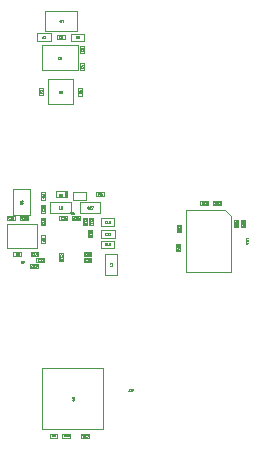
<source format=gbr>
G04 #@! TF.GenerationSoftware,KiCad,Pcbnew,(5.1.5)-3*
G04 #@! TF.CreationDate,2020-06-16T18:09:21-07:00*
G04 #@! TF.ProjectId,Miniscope-v4-Rigid-Flex,4d696e69-7363-46f7-9065-2d76342d5269,rev?*
G04 #@! TF.SameCoordinates,Original*
G04 #@! TF.FileFunction,Other,Fab,Top*
%FSLAX46Y46*%
G04 Gerber Fmt 4.6, Leading zero omitted, Abs format (unit mm)*
G04 Created by KiCad (PCBNEW (5.1.5)-3) date 2020-06-16 18:09:21*
%MOMM*%
%LPD*%
G04 APERTURE LIST*
%ADD10C,0.120000*%
%ADD11C,0.100000*%
%ADD12C,0.025400*%
G04 APERTURE END LIST*
D10*
X102778600Y-130227400D02*
X102778600Y-129887400D01*
X102778600Y-129887400D02*
X103418600Y-129887400D01*
X103418600Y-129887400D02*
X103418600Y-130227400D01*
X103418600Y-130227400D02*
X102778600Y-130227400D01*
X102156800Y-129528400D02*
X102156800Y-124368400D01*
X107316800Y-129528400D02*
X102156800Y-129528400D01*
X107316800Y-124368400D02*
X107316800Y-129528400D01*
X102156800Y-124368400D02*
X107316800Y-124368400D01*
X117283200Y-110203800D02*
X117283200Y-110543800D01*
X117283200Y-110543800D02*
X116643200Y-110543800D01*
X116643200Y-110543800D02*
X116643200Y-110203800D01*
X116643200Y-110203800D02*
X117283200Y-110203800D01*
X118429200Y-111783800D02*
X118769200Y-111783800D01*
X118769200Y-111783800D02*
X118769200Y-112423800D01*
X118769200Y-112423800D02*
X118429200Y-112423800D01*
X118429200Y-112423800D02*
X118429200Y-111783800D01*
X119013400Y-111783800D02*
X119353400Y-111783800D01*
X119353400Y-111783800D02*
X119353400Y-112423800D01*
X119353400Y-112423800D02*
X119013400Y-112423800D01*
X119013400Y-112423800D02*
X119013400Y-111783800D01*
X116191000Y-110203800D02*
X116191000Y-110543800D01*
X116191000Y-110543800D02*
X115551000Y-110543800D01*
X115551000Y-110543800D02*
X115551000Y-110203800D01*
X115551000Y-110203800D02*
X116191000Y-110203800D01*
X113856600Y-114455800D02*
X113516600Y-114455800D01*
X113516600Y-114455800D02*
X113516600Y-113815800D01*
X113516600Y-113815800D02*
X113856600Y-113815800D01*
X113856600Y-113815800D02*
X113856600Y-114455800D01*
X113552400Y-112215600D02*
X113892400Y-112215600D01*
X113892400Y-112215600D02*
X113892400Y-112855600D01*
X113892400Y-112855600D02*
X113552400Y-112855600D01*
X113552400Y-112855600D02*
X113552400Y-112215600D01*
D11*
X118100200Y-116188600D02*
X118100200Y-111488600D01*
X114300200Y-116188600D02*
X118100200Y-116188600D01*
X114300200Y-110988600D02*
X114300200Y-116188600D01*
X117600200Y-110988600D02*
X114300200Y-110988600D01*
X117600200Y-110988600D02*
X118100200Y-111488600D01*
D10*
X105677000Y-114864600D02*
X105677000Y-114524600D01*
X105677000Y-114524600D02*
X106317000Y-114524600D01*
X106317000Y-114524600D02*
X106317000Y-114864600D01*
X106317000Y-114864600D02*
X105677000Y-114864600D01*
X106055600Y-112622000D02*
X106395600Y-112622000D01*
X106395600Y-112622000D02*
X106395600Y-113262000D01*
X106395600Y-113262000D02*
X106055600Y-113262000D01*
X106055600Y-113262000D02*
X106055600Y-112622000D01*
X105598400Y-111606000D02*
X105938400Y-111606000D01*
X105938400Y-111606000D02*
X105938400Y-112246000D01*
X105938400Y-112246000D02*
X105598400Y-112246000D01*
X105598400Y-112246000D02*
X105598400Y-111606000D01*
X107093400Y-112306800D02*
X107093400Y-111646800D01*
X107093400Y-111646800D02*
X108253400Y-111646800D01*
X108253400Y-111646800D02*
X108253400Y-112306800D01*
X108253400Y-112306800D02*
X107093400Y-112306800D01*
X101130400Y-115906000D02*
X101130400Y-115566000D01*
X101130400Y-115566000D02*
X101770400Y-115566000D01*
X101770400Y-115566000D02*
X101770400Y-115906000D01*
X101770400Y-115906000D02*
X101130400Y-115906000D01*
X101109000Y-109220400D02*
X101109000Y-111380400D01*
X99709000Y-109220400D02*
X101109000Y-109220400D01*
X99709000Y-111380400D02*
X99709000Y-109220400D01*
X101109000Y-111380400D02*
X99709000Y-111380400D01*
X103619600Y-111842000D02*
X103619600Y-111502000D01*
X103619600Y-111502000D02*
X104259600Y-111502000D01*
X104259600Y-111502000D02*
X104259600Y-111842000D01*
X104259600Y-111842000D02*
X103619600Y-111842000D01*
X102067800Y-113104600D02*
X102407800Y-113104600D01*
X102407800Y-113104600D02*
X102407800Y-113744600D01*
X102407800Y-113744600D02*
X102067800Y-113744600D01*
X102067800Y-113744600D02*
X102067800Y-113104600D01*
X103566400Y-114628600D02*
X103906400Y-114628600D01*
X103906400Y-114628600D02*
X103906400Y-115268600D01*
X103906400Y-115268600D02*
X103566400Y-115268600D01*
X103566400Y-115268600D02*
X103566400Y-114628600D01*
X106081000Y-111606000D02*
X106421000Y-111606000D01*
X106421000Y-111606000D02*
X106421000Y-112246000D01*
X106421000Y-112246000D02*
X106081000Y-112246000D01*
X106081000Y-112246000D02*
X106081000Y-111606000D01*
X102067800Y-109447000D02*
X102407800Y-109447000D01*
X102407800Y-109447000D02*
X102407800Y-110087000D01*
X102407800Y-110087000D02*
X102067800Y-110087000D01*
X102067800Y-110087000D02*
X102067800Y-109447000D01*
X102407800Y-112271400D02*
X102067800Y-112271400D01*
X102067800Y-112271400D02*
X102067800Y-111631400D01*
X102067800Y-111631400D02*
X102407800Y-111631400D01*
X102407800Y-111631400D02*
X102407800Y-112271400D01*
X101663800Y-115347200D02*
X101663800Y-115007200D01*
X101663800Y-115007200D02*
X102303800Y-115007200D01*
X102303800Y-115007200D02*
X102303800Y-115347200D01*
X102303800Y-115347200D02*
X101663800Y-115347200D01*
X102407800Y-111179200D02*
X102067800Y-111179200D01*
X102067800Y-111179200D02*
X102067800Y-110539200D01*
X102067800Y-110539200D02*
X102407800Y-110539200D01*
X102407800Y-110539200D02*
X102407800Y-111179200D01*
X105677000Y-115372600D02*
X105677000Y-115032600D01*
X105677000Y-115032600D02*
X106317000Y-115032600D01*
X106317000Y-115032600D02*
X106317000Y-115372600D01*
X106317000Y-115372600D02*
X105677000Y-115372600D01*
X100292200Y-111791200D02*
X100292200Y-111451200D01*
X100292200Y-111451200D02*
X100932200Y-111451200D01*
X100932200Y-111451200D02*
X100932200Y-111791200D01*
X100932200Y-111791200D02*
X100292200Y-111791200D01*
X105326400Y-111502000D02*
X105326400Y-111842000D01*
X105326400Y-111842000D02*
X104686400Y-111842000D01*
X104686400Y-111842000D02*
X104686400Y-111502000D01*
X104686400Y-111502000D02*
X105326400Y-111502000D01*
X108253400Y-114211800D02*
X107093400Y-114211800D01*
X108253400Y-113551800D02*
X108253400Y-114211800D01*
X107093400Y-113551800D02*
X108253400Y-113551800D01*
X107093400Y-114211800D02*
X107093400Y-113551800D01*
X101176800Y-114839200D02*
X101176800Y-114499200D01*
X101176800Y-114499200D02*
X101816800Y-114499200D01*
X101816800Y-114499200D02*
X101816800Y-114839200D01*
X101816800Y-114839200D02*
X101176800Y-114839200D01*
X99154400Y-114200600D02*
X99154400Y-112140600D01*
X99154400Y-112140600D02*
X101714400Y-112140600D01*
X101714400Y-112140600D02*
X101714400Y-114200600D01*
X101714400Y-114200600D02*
X99154400Y-114200600D01*
X106718400Y-109810000D02*
X106718400Y-109470000D01*
X106718400Y-109470000D02*
X107358400Y-109470000D01*
X107358400Y-109470000D02*
X107358400Y-109810000D01*
X107358400Y-109810000D02*
X106718400Y-109810000D01*
X103870800Y-130227400D02*
X103870800Y-129887400D01*
X103870800Y-129887400D02*
X104510800Y-129887400D01*
X104510800Y-129887400D02*
X104510800Y-130227400D01*
X104510800Y-130227400D02*
X103870800Y-130227400D01*
X106107200Y-129890200D02*
X106107200Y-130230200D01*
X106107200Y-130230200D02*
X105467200Y-130230200D01*
X105467200Y-130230200D02*
X105467200Y-129890200D01*
X105467200Y-129890200D02*
X106107200Y-129890200D01*
X99814600Y-111791200D02*
X99174600Y-111791200D01*
X99814600Y-111451200D02*
X99814600Y-111791200D01*
X99174600Y-111451200D02*
X99814600Y-111451200D01*
X99174600Y-111791200D02*
X99174600Y-111451200D01*
X102811000Y-111257600D02*
X102811000Y-110257600D01*
X102811000Y-110257600D02*
X104611000Y-110257600D01*
X104611000Y-110257600D02*
X104611000Y-111257600D01*
X104611000Y-111257600D02*
X102811000Y-111257600D01*
X108497000Y-114653600D02*
X108497000Y-116453600D01*
X107497000Y-114653600D02*
X108497000Y-114653600D01*
X107497000Y-116453600D02*
X107497000Y-114653600D01*
X108497000Y-116453600D02*
X107497000Y-116453600D01*
X107080200Y-111237600D02*
X105320200Y-111237600D01*
X107080200Y-110277600D02*
X107080200Y-111237600D01*
X105320200Y-110277600D02*
X107080200Y-110277600D01*
X105320200Y-111237600D02*
X105320200Y-110277600D01*
X107118800Y-113322800D02*
X107118800Y-112662800D01*
X107118800Y-112662800D02*
X108278800Y-112662800D01*
X108278800Y-112662800D02*
X108278800Y-113322800D01*
X108278800Y-113322800D02*
X107118800Y-113322800D01*
X99708000Y-114864600D02*
X99708000Y-114524600D01*
X99708000Y-114524600D02*
X100348000Y-114524600D01*
X100348000Y-114524600D02*
X100348000Y-114864600D01*
X100348000Y-114864600D02*
X99708000Y-114864600D01*
X105876600Y-109427000D02*
X105876600Y-110107000D01*
X105876600Y-110107000D02*
X104796600Y-110107000D01*
X104796600Y-110107000D02*
X104796600Y-109427000D01*
X104796600Y-109427000D02*
X105876600Y-109427000D01*
D11*
X104287200Y-109353800D02*
X104287200Y-109853800D01*
X104287200Y-109853800D02*
X103287200Y-109853800D01*
X103287200Y-109853800D02*
X103287200Y-109353800D01*
X103287200Y-109353800D02*
X104287200Y-109353800D01*
X104187200Y-109353800D02*
X104187200Y-109853800D01*
X104087200Y-109353800D02*
X104087200Y-109853800D01*
D10*
X102223400Y-101245000D02*
X101883400Y-101245000D01*
X101883400Y-101245000D02*
X101883400Y-100605000D01*
X101883400Y-100605000D02*
X102223400Y-100605000D01*
X102223400Y-100605000D02*
X102223400Y-101245000D01*
X102681000Y-99905800D02*
X104741000Y-99905800D01*
X102681000Y-101965800D02*
X102681000Y-99905800D01*
X104741000Y-101965800D02*
X102681000Y-101965800D01*
X104741000Y-99905800D02*
X104741000Y-101965800D01*
X105203600Y-97030200D02*
X105203600Y-99130200D01*
X105203600Y-99130200D02*
X102103600Y-99130200D01*
X102103600Y-99130200D02*
X102103600Y-97030200D01*
X102103600Y-97030200D02*
X105203600Y-97030200D01*
X105703200Y-99136800D02*
X105363200Y-99136800D01*
X105363200Y-99136800D02*
X105363200Y-98496800D01*
X105363200Y-98496800D02*
X105703200Y-98496800D01*
X105703200Y-98496800D02*
X105703200Y-99136800D01*
X105703200Y-97689000D02*
X105363200Y-97689000D01*
X105363200Y-97689000D02*
X105363200Y-97049000D01*
X105363200Y-97049000D02*
X105703200Y-97049000D01*
X105703200Y-97049000D02*
X105703200Y-97689000D01*
X105210800Y-100630400D02*
X105550800Y-100630400D01*
X105550800Y-100630400D02*
X105550800Y-101270400D01*
X105550800Y-101270400D02*
X105210800Y-101270400D01*
X105210800Y-101270400D02*
X105210800Y-100630400D01*
X104559000Y-96683000D02*
X104559000Y-96023000D01*
X104559000Y-96023000D02*
X105719000Y-96023000D01*
X105719000Y-96023000D02*
X105719000Y-96683000D01*
X105719000Y-96683000D02*
X104559000Y-96683000D01*
X103409800Y-96497600D02*
X103409800Y-96157600D01*
X103409800Y-96157600D02*
X104049800Y-96157600D01*
X104049800Y-96157600D02*
X104049800Y-96497600D01*
X104049800Y-96497600D02*
X103409800Y-96497600D01*
X102415200Y-94116000D02*
X105095200Y-94116000D01*
X102415200Y-95796000D02*
X102415200Y-94116000D01*
X105095200Y-95796000D02*
X102415200Y-95796000D01*
X105095200Y-94116000D02*
X105095200Y-95796000D01*
X102862000Y-95997600D02*
X102862000Y-96657600D01*
X102862000Y-96657600D02*
X101702000Y-96657600D01*
X101702000Y-96657600D02*
X101702000Y-95997600D01*
X101702000Y-95997600D02*
X102862000Y-95997600D01*
D12*
X103068966Y-130137833D02*
X103009700Y-130053166D01*
X102967366Y-130137833D02*
X102967366Y-129960033D01*
X103035100Y-129960033D01*
X103052033Y-129968500D01*
X103060500Y-129976966D01*
X103068966Y-129993900D01*
X103068966Y-130019300D01*
X103060500Y-130036233D01*
X103052033Y-130044700D01*
X103035100Y-130053166D01*
X102967366Y-130053166D01*
X103153633Y-130137833D02*
X103187500Y-130137833D01*
X103204433Y-130129366D01*
X103212900Y-130120900D01*
X103229833Y-130095500D01*
X103238300Y-130061633D01*
X103238300Y-129993900D01*
X103229833Y-129976966D01*
X103221366Y-129968500D01*
X103204433Y-129960033D01*
X103170566Y-129960033D01*
X103153633Y-129968500D01*
X103145166Y-129976966D01*
X103136700Y-129993900D01*
X103136700Y-130036233D01*
X103145166Y-130053166D01*
X103153633Y-130061633D01*
X103170566Y-130070100D01*
X103204433Y-130070100D01*
X103221366Y-130061633D01*
X103229833Y-130053166D01*
X103238300Y-130036233D01*
X104834166Y-126812933D02*
X104690233Y-126812933D01*
X104673300Y-126821400D01*
X104664833Y-126829866D01*
X104656366Y-126846800D01*
X104656366Y-126880666D01*
X104664833Y-126897600D01*
X104673300Y-126906066D01*
X104690233Y-126914533D01*
X104834166Y-126914533D01*
X104656366Y-127007666D02*
X104656366Y-127041533D01*
X104664833Y-127058466D01*
X104673300Y-127066933D01*
X104698700Y-127083866D01*
X104732566Y-127092333D01*
X104800300Y-127092333D01*
X104817233Y-127083866D01*
X104825700Y-127075400D01*
X104834166Y-127058466D01*
X104834166Y-127024600D01*
X104825700Y-127007666D01*
X104817233Y-126999200D01*
X104800300Y-126990733D01*
X104757966Y-126990733D01*
X104741033Y-126999200D01*
X104732566Y-127007666D01*
X104724100Y-127024600D01*
X104724100Y-127058466D01*
X104732566Y-127075400D01*
X104741033Y-127083866D01*
X104757966Y-127092333D01*
X109505866Y-126079433D02*
X109505866Y-126206433D01*
X109497400Y-126231833D01*
X109480466Y-126248766D01*
X109455066Y-126257233D01*
X109438133Y-126257233D01*
X109683666Y-126257233D02*
X109582066Y-126257233D01*
X109632866Y-126257233D02*
X109632866Y-126079433D01*
X109615933Y-126104833D01*
X109599000Y-126121766D01*
X109582066Y-126130233D01*
X109742933Y-126079433D02*
X109861466Y-126079433D01*
X109785266Y-126257233D01*
X117077500Y-110310300D02*
X117085966Y-110301833D01*
X117111366Y-110293366D01*
X117128300Y-110293366D01*
X117153700Y-110301833D01*
X117170633Y-110318766D01*
X117179100Y-110335700D01*
X117187566Y-110369566D01*
X117187566Y-110394966D01*
X117179100Y-110428833D01*
X117170633Y-110445766D01*
X117153700Y-110462700D01*
X117128300Y-110471166D01*
X117111366Y-110471166D01*
X117085966Y-110462700D01*
X117077500Y-110454233D01*
X116916633Y-110471166D02*
X117001300Y-110471166D01*
X117009766Y-110386500D01*
X117001300Y-110394966D01*
X116984366Y-110403433D01*
X116942033Y-110403433D01*
X116925100Y-110394966D01*
X116916633Y-110386500D01*
X116908166Y-110369566D01*
X116908166Y-110327233D01*
X116916633Y-110310300D01*
X116925100Y-110301833D01*
X116942033Y-110293366D01*
X116984366Y-110293366D01*
X117001300Y-110301833D01*
X117009766Y-110310300D01*
X116840433Y-110454233D02*
X116831966Y-110462700D01*
X116815033Y-110471166D01*
X116772700Y-110471166D01*
X116755766Y-110462700D01*
X116747300Y-110454233D01*
X116738833Y-110437300D01*
X116738833Y-110420366D01*
X116747300Y-110394966D01*
X116848900Y-110293366D01*
X116738833Y-110293366D01*
X118535700Y-111989500D02*
X118527233Y-111981033D01*
X118518766Y-111955633D01*
X118518766Y-111938700D01*
X118527233Y-111913300D01*
X118544166Y-111896366D01*
X118561100Y-111887900D01*
X118594966Y-111879433D01*
X118620366Y-111879433D01*
X118654233Y-111887900D01*
X118671166Y-111896366D01*
X118688100Y-111913300D01*
X118696566Y-111938700D01*
X118696566Y-111955633D01*
X118688100Y-111981033D01*
X118679633Y-111989500D01*
X118696566Y-112150366D02*
X118696566Y-112065700D01*
X118611900Y-112057233D01*
X118620366Y-112065700D01*
X118628833Y-112082633D01*
X118628833Y-112124966D01*
X118620366Y-112141900D01*
X118611900Y-112150366D01*
X118594966Y-112158833D01*
X118552633Y-112158833D01*
X118535700Y-112150366D01*
X118527233Y-112141900D01*
X118518766Y-112124966D01*
X118518766Y-112082633D01*
X118527233Y-112065700D01*
X118535700Y-112057233D01*
X118696566Y-112218100D02*
X118696566Y-112328166D01*
X118628833Y-112268900D01*
X118628833Y-112294300D01*
X118620366Y-112311233D01*
X118611900Y-112319700D01*
X118594966Y-112328166D01*
X118552633Y-112328166D01*
X118535700Y-112319700D01*
X118527233Y-112311233D01*
X118518766Y-112294300D01*
X118518766Y-112243500D01*
X118527233Y-112226566D01*
X118535700Y-112218100D01*
X119119900Y-111989500D02*
X119111433Y-111981033D01*
X119102966Y-111955633D01*
X119102966Y-111938700D01*
X119111433Y-111913300D01*
X119128366Y-111896366D01*
X119145300Y-111887900D01*
X119179166Y-111879433D01*
X119204566Y-111879433D01*
X119238433Y-111887900D01*
X119255366Y-111896366D01*
X119272300Y-111913300D01*
X119280766Y-111938700D01*
X119280766Y-111955633D01*
X119272300Y-111981033D01*
X119263833Y-111989500D01*
X119280766Y-112150366D02*
X119280766Y-112065700D01*
X119196100Y-112057233D01*
X119204566Y-112065700D01*
X119213033Y-112082633D01*
X119213033Y-112124966D01*
X119204566Y-112141900D01*
X119196100Y-112150366D01*
X119179166Y-112158833D01*
X119136833Y-112158833D01*
X119119900Y-112150366D01*
X119111433Y-112141900D01*
X119102966Y-112124966D01*
X119102966Y-112082633D01*
X119111433Y-112065700D01*
X119119900Y-112057233D01*
X119221500Y-112311233D02*
X119102966Y-112311233D01*
X119289233Y-112268900D02*
X119162233Y-112226566D01*
X119162233Y-112336633D01*
X115985300Y-110293366D02*
X116044566Y-110378033D01*
X116086900Y-110293366D02*
X116086900Y-110471166D01*
X116019166Y-110471166D01*
X116002233Y-110462700D01*
X115993766Y-110454233D01*
X115985300Y-110437300D01*
X115985300Y-110411900D01*
X115993766Y-110394966D01*
X116002233Y-110386500D01*
X116019166Y-110378033D01*
X116086900Y-110378033D01*
X115815966Y-110293366D02*
X115917566Y-110293366D01*
X115866766Y-110293366D02*
X115866766Y-110471166D01*
X115883700Y-110445766D01*
X115900633Y-110428833D01*
X115917566Y-110420366D01*
X115655100Y-110471166D02*
X115739766Y-110471166D01*
X115748233Y-110386500D01*
X115739766Y-110394966D01*
X115722833Y-110403433D01*
X115680500Y-110403433D01*
X115663566Y-110394966D01*
X115655100Y-110386500D01*
X115646633Y-110369566D01*
X115646633Y-110327233D01*
X115655100Y-110310300D01*
X115663566Y-110301833D01*
X115680500Y-110293366D01*
X115722833Y-110293366D01*
X115739766Y-110301833D01*
X115748233Y-110310300D01*
X113767033Y-114250100D02*
X113682366Y-114309366D01*
X113767033Y-114351700D02*
X113589233Y-114351700D01*
X113589233Y-114283966D01*
X113597700Y-114267033D01*
X113606166Y-114258566D01*
X113623100Y-114250100D01*
X113648500Y-114250100D01*
X113665433Y-114258566D01*
X113673900Y-114267033D01*
X113682366Y-114283966D01*
X113682366Y-114351700D01*
X113767033Y-114080766D02*
X113767033Y-114182366D01*
X113767033Y-114131566D02*
X113589233Y-114131566D01*
X113614633Y-114148500D01*
X113631566Y-114165433D01*
X113640033Y-114182366D01*
X113589233Y-113928366D02*
X113589233Y-113962233D01*
X113597700Y-113979166D01*
X113606166Y-113987633D01*
X113631566Y-114004566D01*
X113665433Y-114013033D01*
X113733166Y-114013033D01*
X113750100Y-114004566D01*
X113758566Y-113996100D01*
X113767033Y-113979166D01*
X113767033Y-113945300D01*
X113758566Y-113928366D01*
X113750100Y-113919900D01*
X113733166Y-113911433D01*
X113690833Y-113911433D01*
X113673900Y-113919900D01*
X113665433Y-113928366D01*
X113656966Y-113945300D01*
X113656966Y-113979166D01*
X113665433Y-113996100D01*
X113673900Y-114004566D01*
X113690833Y-114013033D01*
X113658900Y-112421300D02*
X113650433Y-112412833D01*
X113641966Y-112387433D01*
X113641966Y-112370500D01*
X113650433Y-112345100D01*
X113667366Y-112328166D01*
X113684300Y-112319700D01*
X113718166Y-112311233D01*
X113743566Y-112311233D01*
X113777433Y-112319700D01*
X113794366Y-112328166D01*
X113811300Y-112345100D01*
X113819766Y-112370500D01*
X113819766Y-112387433D01*
X113811300Y-112412833D01*
X113802833Y-112421300D01*
X113819766Y-112582166D02*
X113819766Y-112497500D01*
X113735100Y-112489033D01*
X113743566Y-112497500D01*
X113752033Y-112514433D01*
X113752033Y-112556766D01*
X113743566Y-112573700D01*
X113735100Y-112582166D01*
X113718166Y-112590633D01*
X113675833Y-112590633D01*
X113658900Y-112582166D01*
X113650433Y-112573700D01*
X113641966Y-112556766D01*
X113641966Y-112514433D01*
X113650433Y-112497500D01*
X113658900Y-112489033D01*
X113641966Y-112759966D02*
X113641966Y-112658366D01*
X113641966Y-112709166D02*
X113819766Y-112709166D01*
X113794366Y-112692233D01*
X113777433Y-112675300D01*
X113768966Y-112658366D01*
X119547566Y-113368466D02*
X119403633Y-113368466D01*
X119386700Y-113376933D01*
X119378233Y-113385400D01*
X119369766Y-113402333D01*
X119369766Y-113436200D01*
X119378233Y-113453133D01*
X119386700Y-113461600D01*
X119403633Y-113470066D01*
X119547566Y-113470066D01*
X119369766Y-113647866D02*
X119369766Y-113546266D01*
X119369766Y-113597066D02*
X119547566Y-113597066D01*
X119522166Y-113580133D01*
X119505233Y-113563200D01*
X119496766Y-113546266D01*
X119547566Y-113757933D02*
X119547566Y-113774866D01*
X119539100Y-113791800D01*
X119530633Y-113800266D01*
X119513700Y-113808733D01*
X119479833Y-113817200D01*
X119437500Y-113817200D01*
X119403633Y-113808733D01*
X119386700Y-113800266D01*
X119378233Y-113791800D01*
X119369766Y-113774866D01*
X119369766Y-113757933D01*
X119378233Y-113741000D01*
X119386700Y-113732533D01*
X119403633Y-113724066D01*
X119437500Y-113715600D01*
X119479833Y-113715600D01*
X119513700Y-113724066D01*
X119530633Y-113732533D01*
X119539100Y-113741000D01*
X119547566Y-113757933D01*
X105882700Y-114758100D02*
X105874233Y-114766566D01*
X105848833Y-114775033D01*
X105831900Y-114775033D01*
X105806500Y-114766566D01*
X105789566Y-114749633D01*
X105781100Y-114732700D01*
X105772633Y-114698833D01*
X105772633Y-114673433D01*
X105781100Y-114639566D01*
X105789566Y-114622633D01*
X105806500Y-114605700D01*
X105831900Y-114597233D01*
X105848833Y-114597233D01*
X105874233Y-114605700D01*
X105882700Y-114614166D01*
X106052033Y-114775033D02*
X105950433Y-114775033D01*
X106001233Y-114775033D02*
X106001233Y-114597233D01*
X105984300Y-114622633D01*
X105967366Y-114639566D01*
X105950433Y-114648033D01*
X106153633Y-114673433D02*
X106136700Y-114664966D01*
X106128233Y-114656500D01*
X106119766Y-114639566D01*
X106119766Y-114631100D01*
X106128233Y-114614166D01*
X106136700Y-114605700D01*
X106153633Y-114597233D01*
X106187500Y-114597233D01*
X106204433Y-114605700D01*
X106212900Y-114614166D01*
X106221366Y-114631100D01*
X106221366Y-114639566D01*
X106212900Y-114656500D01*
X106204433Y-114664966D01*
X106187500Y-114673433D01*
X106153633Y-114673433D01*
X106136700Y-114681900D01*
X106128233Y-114690366D01*
X106119766Y-114707300D01*
X106119766Y-114741166D01*
X106128233Y-114758100D01*
X106136700Y-114766566D01*
X106153633Y-114775033D01*
X106187500Y-114775033D01*
X106204433Y-114766566D01*
X106212900Y-114758100D01*
X106221366Y-114741166D01*
X106221366Y-114707300D01*
X106212900Y-114690366D01*
X106204433Y-114681900D01*
X106187500Y-114673433D01*
X106162100Y-112827700D02*
X106153633Y-112819233D01*
X106145166Y-112793833D01*
X106145166Y-112776900D01*
X106153633Y-112751500D01*
X106170566Y-112734566D01*
X106187500Y-112726100D01*
X106221366Y-112717633D01*
X106246766Y-112717633D01*
X106280633Y-112726100D01*
X106297566Y-112734566D01*
X106314500Y-112751500D01*
X106322966Y-112776900D01*
X106322966Y-112793833D01*
X106314500Y-112819233D01*
X106306033Y-112827700D01*
X106145166Y-112997033D02*
X106145166Y-112895433D01*
X106145166Y-112946233D02*
X106322966Y-112946233D01*
X106297566Y-112929300D01*
X106280633Y-112912366D01*
X106272166Y-112895433D01*
X106306033Y-113064766D02*
X106314500Y-113073233D01*
X106322966Y-113090166D01*
X106322966Y-113132500D01*
X106314500Y-113149433D01*
X106306033Y-113157900D01*
X106289100Y-113166366D01*
X106272166Y-113166366D01*
X106246766Y-113157900D01*
X106145166Y-113056300D01*
X106145166Y-113166366D01*
X105704900Y-111811700D02*
X105696433Y-111803233D01*
X105687966Y-111777833D01*
X105687966Y-111760900D01*
X105696433Y-111735500D01*
X105713366Y-111718566D01*
X105730300Y-111710100D01*
X105764166Y-111701633D01*
X105789566Y-111701633D01*
X105823433Y-111710100D01*
X105840366Y-111718566D01*
X105857300Y-111735500D01*
X105865766Y-111760900D01*
X105865766Y-111777833D01*
X105857300Y-111803233D01*
X105848833Y-111811700D01*
X105687966Y-111981033D02*
X105687966Y-111879433D01*
X105687966Y-111930233D02*
X105865766Y-111930233D01*
X105840366Y-111913300D01*
X105823433Y-111896366D01*
X105814966Y-111879433D01*
X105865766Y-112091100D02*
X105865766Y-112108033D01*
X105857300Y-112124966D01*
X105848833Y-112133433D01*
X105831900Y-112141900D01*
X105798033Y-112150366D01*
X105755700Y-112150366D01*
X105721833Y-112141900D01*
X105704900Y-112133433D01*
X105696433Y-112124966D01*
X105687966Y-112108033D01*
X105687966Y-112091100D01*
X105696433Y-112074166D01*
X105704900Y-112065700D01*
X105721833Y-112057233D01*
X105755700Y-112048766D01*
X105798033Y-112048766D01*
X105831900Y-112057233D01*
X105848833Y-112065700D01*
X105857300Y-112074166D01*
X105865766Y-112091100D01*
X107559100Y-112040300D02*
X107550633Y-112048766D01*
X107525233Y-112057233D01*
X107508300Y-112057233D01*
X107482900Y-112048766D01*
X107465966Y-112031833D01*
X107457500Y-112014900D01*
X107449033Y-111981033D01*
X107449033Y-111955633D01*
X107457500Y-111921766D01*
X107465966Y-111904833D01*
X107482900Y-111887900D01*
X107508300Y-111879433D01*
X107525233Y-111879433D01*
X107550633Y-111887900D01*
X107559100Y-111896366D01*
X107728433Y-112057233D02*
X107626833Y-112057233D01*
X107677633Y-112057233D02*
X107677633Y-111879433D01*
X107660700Y-111904833D01*
X107643766Y-111921766D01*
X107626833Y-111930233D01*
X107889300Y-111879433D02*
X107804633Y-111879433D01*
X107796166Y-111964100D01*
X107804633Y-111955633D01*
X107821566Y-111947166D01*
X107863900Y-111947166D01*
X107880833Y-111955633D01*
X107889300Y-111964100D01*
X107897766Y-111981033D01*
X107897766Y-112023366D01*
X107889300Y-112040300D01*
X107880833Y-112048766D01*
X107863900Y-112057233D01*
X107821566Y-112057233D01*
X107804633Y-112048766D01*
X107796166Y-112040300D01*
X101336100Y-115799500D02*
X101327633Y-115807966D01*
X101302233Y-115816433D01*
X101285300Y-115816433D01*
X101259900Y-115807966D01*
X101242966Y-115791033D01*
X101234500Y-115774100D01*
X101226033Y-115740233D01*
X101226033Y-115714833D01*
X101234500Y-115680966D01*
X101242966Y-115664033D01*
X101259900Y-115647100D01*
X101285300Y-115638633D01*
X101302233Y-115638633D01*
X101327633Y-115647100D01*
X101336100Y-115655566D01*
X101505433Y-115816433D02*
X101403833Y-115816433D01*
X101454633Y-115816433D02*
X101454633Y-115638633D01*
X101437700Y-115664033D01*
X101420766Y-115680966D01*
X101403833Y-115689433D01*
X101564700Y-115638633D02*
X101683233Y-115638633D01*
X101607033Y-115816433D01*
X100311633Y-110435866D02*
X100455566Y-110435866D01*
X100472500Y-110427400D01*
X100480966Y-110418933D01*
X100489433Y-110402000D01*
X100489433Y-110368133D01*
X100480966Y-110351200D01*
X100472500Y-110342733D01*
X100455566Y-110334266D01*
X100311633Y-110334266D01*
X100311633Y-110164933D02*
X100311633Y-110249600D01*
X100396300Y-110258066D01*
X100387833Y-110249600D01*
X100379366Y-110232666D01*
X100379366Y-110190333D01*
X100387833Y-110173400D01*
X100396300Y-110164933D01*
X100413233Y-110156466D01*
X100455566Y-110156466D01*
X100472500Y-110164933D01*
X100480966Y-110173400D01*
X100489433Y-110190333D01*
X100489433Y-110232666D01*
X100480966Y-110249600D01*
X100472500Y-110258066D01*
X103825300Y-111735500D02*
X103816833Y-111743966D01*
X103791433Y-111752433D01*
X103774500Y-111752433D01*
X103749100Y-111743966D01*
X103732166Y-111727033D01*
X103723700Y-111710100D01*
X103715233Y-111676233D01*
X103715233Y-111650833D01*
X103723700Y-111616966D01*
X103732166Y-111600033D01*
X103749100Y-111583100D01*
X103774500Y-111574633D01*
X103791433Y-111574633D01*
X103816833Y-111583100D01*
X103825300Y-111591566D01*
X103893033Y-111591566D02*
X103901500Y-111583100D01*
X103918433Y-111574633D01*
X103960766Y-111574633D01*
X103977700Y-111583100D01*
X103986166Y-111591566D01*
X103994633Y-111608500D01*
X103994633Y-111625433D01*
X103986166Y-111650833D01*
X103884566Y-111752433D01*
X103994633Y-111752433D01*
X104147033Y-111633900D02*
X104147033Y-111752433D01*
X104104700Y-111566166D02*
X104062366Y-111693166D01*
X104172433Y-111693166D01*
X102157366Y-113394966D02*
X102242033Y-113335700D01*
X102157366Y-113293366D02*
X102335166Y-113293366D01*
X102335166Y-113361100D01*
X102326700Y-113378033D01*
X102318233Y-113386500D01*
X102301300Y-113394966D01*
X102275900Y-113394966D01*
X102258966Y-113386500D01*
X102250500Y-113378033D01*
X102242033Y-113361100D01*
X102242033Y-113293366D01*
X102335166Y-113454233D02*
X102335166Y-113572766D01*
X102157366Y-113496566D01*
X103672900Y-114834300D02*
X103664433Y-114825833D01*
X103655966Y-114800433D01*
X103655966Y-114783500D01*
X103664433Y-114758100D01*
X103681366Y-114741166D01*
X103698300Y-114732700D01*
X103732166Y-114724233D01*
X103757566Y-114724233D01*
X103791433Y-114732700D01*
X103808366Y-114741166D01*
X103825300Y-114758100D01*
X103833766Y-114783500D01*
X103833766Y-114800433D01*
X103825300Y-114825833D01*
X103816833Y-114834300D01*
X103655966Y-115003633D02*
X103655966Y-114902033D01*
X103655966Y-114952833D02*
X103833766Y-114952833D01*
X103808366Y-114935900D01*
X103791433Y-114918966D01*
X103782966Y-114902033D01*
X103833766Y-115156033D02*
X103833766Y-115122166D01*
X103825300Y-115105233D01*
X103816833Y-115096766D01*
X103791433Y-115079833D01*
X103757566Y-115071366D01*
X103689833Y-115071366D01*
X103672900Y-115079833D01*
X103664433Y-115088300D01*
X103655966Y-115105233D01*
X103655966Y-115139100D01*
X103664433Y-115156033D01*
X103672900Y-115164500D01*
X103689833Y-115172966D01*
X103732166Y-115172966D01*
X103749100Y-115164500D01*
X103757566Y-115156033D01*
X103766033Y-115139100D01*
X103766033Y-115105233D01*
X103757566Y-115088300D01*
X103749100Y-115079833D01*
X103732166Y-115071366D01*
X106187500Y-111811700D02*
X106179033Y-111803233D01*
X106170566Y-111777833D01*
X106170566Y-111760900D01*
X106179033Y-111735500D01*
X106195966Y-111718566D01*
X106212900Y-111710100D01*
X106246766Y-111701633D01*
X106272166Y-111701633D01*
X106306033Y-111710100D01*
X106322966Y-111718566D01*
X106339900Y-111735500D01*
X106348366Y-111760900D01*
X106348366Y-111777833D01*
X106339900Y-111803233D01*
X106331433Y-111811700D01*
X106170566Y-111981033D02*
X106170566Y-111879433D01*
X106170566Y-111930233D02*
X106348366Y-111930233D01*
X106322966Y-111913300D01*
X106306033Y-111896366D01*
X106297566Y-111879433D01*
X106170566Y-112150366D02*
X106170566Y-112048766D01*
X106170566Y-112099566D02*
X106348366Y-112099566D01*
X106322966Y-112082633D01*
X106306033Y-112065700D01*
X106297566Y-112048766D01*
X102157366Y-109737366D02*
X102242033Y-109678100D01*
X102157366Y-109635766D02*
X102335166Y-109635766D01*
X102335166Y-109703500D01*
X102326700Y-109720433D01*
X102318233Y-109728900D01*
X102301300Y-109737366D01*
X102275900Y-109737366D01*
X102258966Y-109728900D01*
X102250500Y-109720433D01*
X102242033Y-109703500D01*
X102242033Y-109635766D01*
X102275900Y-109889766D02*
X102157366Y-109889766D01*
X102343633Y-109847433D02*
X102216633Y-109805100D01*
X102216633Y-109915166D01*
X102301300Y-112065700D02*
X102309766Y-112074166D01*
X102318233Y-112099566D01*
X102318233Y-112116500D01*
X102309766Y-112141900D01*
X102292833Y-112158833D01*
X102275900Y-112167300D01*
X102242033Y-112175766D01*
X102216633Y-112175766D01*
X102182766Y-112167300D01*
X102165833Y-112158833D01*
X102148900Y-112141900D01*
X102140433Y-112116500D01*
X102140433Y-112099566D01*
X102148900Y-112074166D01*
X102157366Y-112065700D01*
X102318233Y-111896366D02*
X102318233Y-111997966D01*
X102318233Y-111947166D02*
X102140433Y-111947166D01*
X102165833Y-111964100D01*
X102182766Y-111981033D01*
X102191233Y-111997966D01*
X102140433Y-111837100D02*
X102140433Y-111727033D01*
X102208166Y-111786300D01*
X102208166Y-111760900D01*
X102216633Y-111743966D01*
X102225100Y-111735500D01*
X102242033Y-111727033D01*
X102284366Y-111727033D01*
X102301300Y-111735500D01*
X102309766Y-111743966D01*
X102318233Y-111760900D01*
X102318233Y-111811700D01*
X102309766Y-111828633D01*
X102301300Y-111837100D01*
X101869500Y-115240700D02*
X101861033Y-115249166D01*
X101835633Y-115257633D01*
X101818700Y-115257633D01*
X101793300Y-115249166D01*
X101776366Y-115232233D01*
X101767900Y-115215300D01*
X101759433Y-115181433D01*
X101759433Y-115156033D01*
X101767900Y-115122166D01*
X101776366Y-115105233D01*
X101793300Y-115088300D01*
X101818700Y-115079833D01*
X101835633Y-115079833D01*
X101861033Y-115088300D01*
X101869500Y-115096766D01*
X101937233Y-115096766D02*
X101945700Y-115088300D01*
X101962633Y-115079833D01*
X102004966Y-115079833D01*
X102021900Y-115088300D01*
X102030366Y-115096766D01*
X102038833Y-115113700D01*
X102038833Y-115130633D01*
X102030366Y-115156033D01*
X101928766Y-115257633D01*
X102038833Y-115257633D01*
X102106566Y-115096766D02*
X102115033Y-115088300D01*
X102131966Y-115079833D01*
X102174300Y-115079833D01*
X102191233Y-115088300D01*
X102199700Y-115096766D01*
X102208166Y-115113700D01*
X102208166Y-115130633D01*
X102199700Y-115156033D01*
X102098100Y-115257633D01*
X102208166Y-115257633D01*
X102301300Y-110973500D02*
X102309766Y-110981966D01*
X102318233Y-111007366D01*
X102318233Y-111024300D01*
X102309766Y-111049700D01*
X102292833Y-111066633D01*
X102275900Y-111075100D01*
X102242033Y-111083566D01*
X102216633Y-111083566D01*
X102182766Y-111075100D01*
X102165833Y-111066633D01*
X102148900Y-111049700D01*
X102140433Y-111024300D01*
X102140433Y-111007366D01*
X102148900Y-110981966D01*
X102157366Y-110973500D01*
X102157366Y-110905766D02*
X102148900Y-110897300D01*
X102140433Y-110880366D01*
X102140433Y-110838033D01*
X102148900Y-110821100D01*
X102157366Y-110812633D01*
X102174300Y-110804166D01*
X102191233Y-110804166D01*
X102216633Y-110812633D01*
X102318233Y-110914233D01*
X102318233Y-110804166D01*
X102140433Y-110651766D02*
X102140433Y-110685633D01*
X102148900Y-110702566D01*
X102157366Y-110711033D01*
X102182766Y-110727966D01*
X102216633Y-110736433D01*
X102284366Y-110736433D01*
X102301300Y-110727966D01*
X102309766Y-110719500D01*
X102318233Y-110702566D01*
X102318233Y-110668700D01*
X102309766Y-110651766D01*
X102301300Y-110643300D01*
X102284366Y-110634833D01*
X102242033Y-110634833D01*
X102225100Y-110643300D01*
X102216633Y-110651766D01*
X102208166Y-110668700D01*
X102208166Y-110702566D01*
X102216633Y-110719500D01*
X102225100Y-110727966D01*
X102242033Y-110736433D01*
X105882700Y-115266100D02*
X105874233Y-115274566D01*
X105848833Y-115283033D01*
X105831900Y-115283033D01*
X105806500Y-115274566D01*
X105789566Y-115257633D01*
X105781100Y-115240700D01*
X105772633Y-115206833D01*
X105772633Y-115181433D01*
X105781100Y-115147566D01*
X105789566Y-115130633D01*
X105806500Y-115113700D01*
X105831900Y-115105233D01*
X105848833Y-115105233D01*
X105874233Y-115113700D01*
X105882700Y-115122166D01*
X105950433Y-115122166D02*
X105958900Y-115113700D01*
X105975833Y-115105233D01*
X106018166Y-115105233D01*
X106035100Y-115113700D01*
X106043566Y-115122166D01*
X106052033Y-115139100D01*
X106052033Y-115156033D01*
X106043566Y-115181433D01*
X105941966Y-115283033D01*
X106052033Y-115283033D01*
X106221366Y-115283033D02*
X106119766Y-115283033D01*
X106170566Y-115283033D02*
X106170566Y-115105233D01*
X106153633Y-115130633D01*
X106136700Y-115147566D01*
X106119766Y-115156033D01*
X100497900Y-111684700D02*
X100489433Y-111693166D01*
X100464033Y-111701633D01*
X100447100Y-111701633D01*
X100421700Y-111693166D01*
X100404766Y-111676233D01*
X100396300Y-111659300D01*
X100387833Y-111625433D01*
X100387833Y-111600033D01*
X100396300Y-111566166D01*
X100404766Y-111549233D01*
X100421700Y-111532300D01*
X100447100Y-111523833D01*
X100464033Y-111523833D01*
X100489433Y-111532300D01*
X100497900Y-111540766D01*
X100565633Y-111540766D02*
X100574100Y-111532300D01*
X100591033Y-111523833D01*
X100633366Y-111523833D01*
X100650300Y-111532300D01*
X100658766Y-111540766D01*
X100667233Y-111557700D01*
X100667233Y-111574633D01*
X100658766Y-111600033D01*
X100557166Y-111701633D01*
X100667233Y-111701633D01*
X100768833Y-111600033D02*
X100751900Y-111591566D01*
X100743433Y-111583100D01*
X100734966Y-111566166D01*
X100734966Y-111557700D01*
X100743433Y-111540766D01*
X100751900Y-111532300D01*
X100768833Y-111523833D01*
X100802700Y-111523833D01*
X100819633Y-111532300D01*
X100828100Y-111540766D01*
X100836566Y-111557700D01*
X100836566Y-111566166D01*
X100828100Y-111583100D01*
X100819633Y-111591566D01*
X100802700Y-111600033D01*
X100768833Y-111600033D01*
X100751900Y-111608500D01*
X100743433Y-111616966D01*
X100734966Y-111633900D01*
X100734966Y-111667766D01*
X100743433Y-111684700D01*
X100751900Y-111693166D01*
X100768833Y-111701633D01*
X100802700Y-111701633D01*
X100819633Y-111693166D01*
X100828100Y-111684700D01*
X100836566Y-111667766D01*
X100836566Y-111633900D01*
X100828100Y-111616966D01*
X100819633Y-111608500D01*
X100802700Y-111600033D01*
X105120700Y-111608500D02*
X105129166Y-111600033D01*
X105154566Y-111591566D01*
X105171500Y-111591566D01*
X105196900Y-111600033D01*
X105213833Y-111616966D01*
X105222300Y-111633900D01*
X105230766Y-111667766D01*
X105230766Y-111693166D01*
X105222300Y-111727033D01*
X105213833Y-111743966D01*
X105196900Y-111760900D01*
X105171500Y-111769366D01*
X105154566Y-111769366D01*
X105129166Y-111760900D01*
X105120700Y-111752433D01*
X105052966Y-111752433D02*
X105044500Y-111760900D01*
X105027566Y-111769366D01*
X104985233Y-111769366D01*
X104968300Y-111760900D01*
X104959833Y-111752433D01*
X104951366Y-111735500D01*
X104951366Y-111718566D01*
X104959833Y-111693166D01*
X105061433Y-111591566D01*
X104951366Y-111591566D01*
X104841300Y-111769366D02*
X104824366Y-111769366D01*
X104807433Y-111760900D01*
X104798966Y-111752433D01*
X104790500Y-111735500D01*
X104782033Y-111701633D01*
X104782033Y-111659300D01*
X104790500Y-111625433D01*
X104798966Y-111608500D01*
X104807433Y-111600033D01*
X104824366Y-111591566D01*
X104841300Y-111591566D01*
X104858233Y-111600033D01*
X104866700Y-111608500D01*
X104875166Y-111625433D01*
X104883633Y-111659300D01*
X104883633Y-111701633D01*
X104875166Y-111735500D01*
X104866700Y-111752433D01*
X104858233Y-111760900D01*
X104841300Y-111769366D01*
X107559100Y-113945300D02*
X107550633Y-113953766D01*
X107525233Y-113962233D01*
X107508300Y-113962233D01*
X107482900Y-113953766D01*
X107465966Y-113936833D01*
X107457500Y-113919900D01*
X107449033Y-113886033D01*
X107449033Y-113860633D01*
X107457500Y-113826766D01*
X107465966Y-113809833D01*
X107482900Y-113792900D01*
X107508300Y-113784433D01*
X107525233Y-113784433D01*
X107550633Y-113792900D01*
X107559100Y-113801366D01*
X107728433Y-113962233D02*
X107626833Y-113962233D01*
X107677633Y-113962233D02*
X107677633Y-113784433D01*
X107660700Y-113809833D01*
X107643766Y-113826766D01*
X107626833Y-113835233D01*
X107813100Y-113962233D02*
X107846966Y-113962233D01*
X107863900Y-113953766D01*
X107872366Y-113945300D01*
X107889300Y-113919900D01*
X107897766Y-113886033D01*
X107897766Y-113818300D01*
X107889300Y-113801366D01*
X107880833Y-113792900D01*
X107863900Y-113784433D01*
X107830033Y-113784433D01*
X107813100Y-113792900D01*
X107804633Y-113801366D01*
X107796166Y-113818300D01*
X107796166Y-113860633D01*
X107804633Y-113877566D01*
X107813100Y-113886033D01*
X107830033Y-113894500D01*
X107863900Y-113894500D01*
X107880833Y-113886033D01*
X107889300Y-113877566D01*
X107897766Y-113860633D01*
X101382500Y-114732700D02*
X101374033Y-114741166D01*
X101348633Y-114749633D01*
X101331700Y-114749633D01*
X101306300Y-114741166D01*
X101289366Y-114724233D01*
X101280900Y-114707300D01*
X101272433Y-114673433D01*
X101272433Y-114648033D01*
X101280900Y-114614166D01*
X101289366Y-114597233D01*
X101306300Y-114580300D01*
X101331700Y-114571833D01*
X101348633Y-114571833D01*
X101374033Y-114580300D01*
X101382500Y-114588766D01*
X101551833Y-114749633D02*
X101450233Y-114749633D01*
X101501033Y-114749633D02*
X101501033Y-114571833D01*
X101484100Y-114597233D01*
X101467166Y-114614166D01*
X101450233Y-114622633D01*
X101704233Y-114631100D02*
X101704233Y-114749633D01*
X101661900Y-114563366D02*
X101619566Y-114690366D01*
X101729633Y-114690366D01*
X100323933Y-115273233D02*
X100323933Y-115417166D01*
X100332400Y-115434100D01*
X100340866Y-115442566D01*
X100357800Y-115451033D01*
X100391666Y-115451033D01*
X100408600Y-115442566D01*
X100417066Y-115434100D01*
X100425533Y-115417166D01*
X100425533Y-115273233D01*
X100493266Y-115273233D02*
X100611800Y-115273233D01*
X100535600Y-115451033D01*
X107008766Y-109720433D02*
X106949500Y-109635766D01*
X106907166Y-109720433D02*
X106907166Y-109542633D01*
X106974900Y-109542633D01*
X106991833Y-109551100D01*
X107000300Y-109559566D01*
X107008766Y-109576500D01*
X107008766Y-109601900D01*
X107000300Y-109618833D01*
X106991833Y-109627300D01*
X106974900Y-109635766D01*
X106907166Y-109635766D01*
X107169633Y-109542633D02*
X107084966Y-109542633D01*
X107076500Y-109627300D01*
X107084966Y-109618833D01*
X107101900Y-109610366D01*
X107144233Y-109610366D01*
X107161166Y-109618833D01*
X107169633Y-109627300D01*
X107178100Y-109644233D01*
X107178100Y-109686566D01*
X107169633Y-109703500D01*
X107161166Y-109711966D01*
X107144233Y-109720433D01*
X107101900Y-109720433D01*
X107084966Y-109711966D01*
X107076500Y-109703500D01*
X104076500Y-130120900D02*
X104068033Y-130129366D01*
X104042633Y-130137833D01*
X104025700Y-130137833D01*
X104000300Y-130129366D01*
X103983366Y-130112433D01*
X103974900Y-130095500D01*
X103966433Y-130061633D01*
X103966433Y-130036233D01*
X103974900Y-130002366D01*
X103983366Y-129985433D01*
X104000300Y-129968500D01*
X104025700Y-129960033D01*
X104042633Y-129960033D01*
X104068033Y-129968500D01*
X104076500Y-129976966D01*
X104135766Y-129960033D02*
X104245833Y-129960033D01*
X104186566Y-130027766D01*
X104211966Y-130027766D01*
X104228900Y-130036233D01*
X104237366Y-130044700D01*
X104245833Y-130061633D01*
X104245833Y-130103966D01*
X104237366Y-130120900D01*
X104228900Y-130129366D01*
X104211966Y-130137833D01*
X104161166Y-130137833D01*
X104144233Y-130129366D01*
X104135766Y-130120900D01*
X104313566Y-129976966D02*
X104322033Y-129968500D01*
X104338966Y-129960033D01*
X104381300Y-129960033D01*
X104398233Y-129968500D01*
X104406700Y-129976966D01*
X104415166Y-129993900D01*
X104415166Y-130010833D01*
X104406700Y-130036233D01*
X104305100Y-130137833D01*
X104415166Y-130137833D01*
X105901500Y-129996700D02*
X105909966Y-129988233D01*
X105935366Y-129979766D01*
X105952300Y-129979766D01*
X105977700Y-129988233D01*
X105994633Y-130005166D01*
X106003100Y-130022100D01*
X106011566Y-130055966D01*
X106011566Y-130081366D01*
X106003100Y-130115233D01*
X105994633Y-130132166D01*
X105977700Y-130149100D01*
X105952300Y-130157566D01*
X105935366Y-130157566D01*
X105909966Y-130149100D01*
X105901500Y-130140633D01*
X105842233Y-130157566D02*
X105732166Y-130157566D01*
X105791433Y-130089833D01*
X105766033Y-130089833D01*
X105749100Y-130081366D01*
X105740633Y-130072900D01*
X105732166Y-130055966D01*
X105732166Y-130013633D01*
X105740633Y-129996700D01*
X105749100Y-129988233D01*
X105766033Y-129979766D01*
X105816833Y-129979766D01*
X105833766Y-129988233D01*
X105842233Y-129996700D01*
X105562833Y-129979766D02*
X105664433Y-129979766D01*
X105613633Y-129979766D02*
X105613633Y-130157566D01*
X105630566Y-130132166D01*
X105647500Y-130115233D01*
X105664433Y-130106766D01*
X99380300Y-111684700D02*
X99371833Y-111693166D01*
X99346433Y-111701633D01*
X99329500Y-111701633D01*
X99304100Y-111693166D01*
X99287166Y-111676233D01*
X99278700Y-111659300D01*
X99270233Y-111625433D01*
X99270233Y-111600033D01*
X99278700Y-111566166D01*
X99287166Y-111549233D01*
X99304100Y-111532300D01*
X99329500Y-111523833D01*
X99346433Y-111523833D01*
X99371833Y-111532300D01*
X99380300Y-111540766D01*
X99448033Y-111540766D02*
X99456500Y-111532300D01*
X99473433Y-111523833D01*
X99515766Y-111523833D01*
X99532700Y-111532300D01*
X99541166Y-111540766D01*
X99549633Y-111557700D01*
X99549633Y-111574633D01*
X99541166Y-111600033D01*
X99439566Y-111701633D01*
X99549633Y-111701633D01*
X99710500Y-111523833D02*
X99625833Y-111523833D01*
X99617366Y-111608500D01*
X99625833Y-111600033D01*
X99642766Y-111591566D01*
X99685100Y-111591566D01*
X99702033Y-111600033D01*
X99710500Y-111608500D01*
X99718966Y-111625433D01*
X99718966Y-111667766D01*
X99710500Y-111684700D01*
X99702033Y-111693166D01*
X99685100Y-111701633D01*
X99642766Y-111701633D01*
X99625833Y-111693166D01*
X99617366Y-111684700D01*
X103681366Y-110838033D02*
X103596700Y-110838033D01*
X103596700Y-110660233D01*
X103723700Y-110660233D02*
X103833766Y-110660233D01*
X103774500Y-110727966D01*
X103799900Y-110727966D01*
X103816833Y-110736433D01*
X103825300Y-110744900D01*
X103833766Y-110761833D01*
X103833766Y-110804166D01*
X103825300Y-110821100D01*
X103816833Y-110829566D01*
X103799900Y-110838033D01*
X103749100Y-110838033D01*
X103732166Y-110829566D01*
X103723700Y-110821100D01*
X108077433Y-115583233D02*
X108077433Y-115667900D01*
X107899633Y-115667900D01*
X107916566Y-115532433D02*
X107908100Y-115523966D01*
X107899633Y-115507033D01*
X107899633Y-115464700D01*
X107908100Y-115447766D01*
X107916566Y-115439300D01*
X107933500Y-115430833D01*
X107950433Y-115430833D01*
X107975833Y-115439300D01*
X108077433Y-115540900D01*
X108077433Y-115430833D01*
X106085900Y-110821100D02*
X106077433Y-110829566D01*
X106052033Y-110838033D01*
X106035100Y-110838033D01*
X106009700Y-110829566D01*
X105992766Y-110812633D01*
X105984300Y-110795700D01*
X105975833Y-110761833D01*
X105975833Y-110736433D01*
X105984300Y-110702566D01*
X105992766Y-110685633D01*
X106009700Y-110668700D01*
X106035100Y-110660233D01*
X106052033Y-110660233D01*
X106077433Y-110668700D01*
X106085900Y-110677166D01*
X106153633Y-110677166D02*
X106162100Y-110668700D01*
X106179033Y-110660233D01*
X106221366Y-110660233D01*
X106238300Y-110668700D01*
X106246766Y-110677166D01*
X106255233Y-110694100D01*
X106255233Y-110711033D01*
X106246766Y-110736433D01*
X106145166Y-110838033D01*
X106255233Y-110838033D01*
X106314500Y-110660233D02*
X106433033Y-110660233D01*
X106356833Y-110838033D01*
X107584500Y-113056300D02*
X107576033Y-113064766D01*
X107550633Y-113073233D01*
X107533700Y-113073233D01*
X107508300Y-113064766D01*
X107491366Y-113047833D01*
X107482900Y-113030900D01*
X107474433Y-112997033D01*
X107474433Y-112971633D01*
X107482900Y-112937766D01*
X107491366Y-112920833D01*
X107508300Y-112903900D01*
X107533700Y-112895433D01*
X107550633Y-112895433D01*
X107576033Y-112903900D01*
X107584500Y-112912366D01*
X107652233Y-112912366D02*
X107660700Y-112903900D01*
X107677633Y-112895433D01*
X107719966Y-112895433D01*
X107736900Y-112903900D01*
X107745366Y-112912366D01*
X107753833Y-112929300D01*
X107753833Y-112946233D01*
X107745366Y-112971633D01*
X107643766Y-113073233D01*
X107753833Y-113073233D01*
X107813100Y-112895433D02*
X107923166Y-112895433D01*
X107863900Y-112963166D01*
X107889300Y-112963166D01*
X107906233Y-112971633D01*
X107914700Y-112980100D01*
X107923166Y-112997033D01*
X107923166Y-113039366D01*
X107914700Y-113056300D01*
X107906233Y-113064766D01*
X107889300Y-113073233D01*
X107838500Y-113073233D01*
X107821566Y-113064766D01*
X107813100Y-113056300D01*
X99998366Y-114775033D02*
X99939100Y-114690366D01*
X99896766Y-114775033D02*
X99896766Y-114597233D01*
X99964500Y-114597233D01*
X99981433Y-114605700D01*
X99989900Y-114614166D01*
X99998366Y-114631100D01*
X99998366Y-114656500D01*
X99989900Y-114673433D01*
X99981433Y-114681900D01*
X99964500Y-114690366D01*
X99896766Y-114690366D01*
X100150766Y-114597233D02*
X100116900Y-114597233D01*
X100099966Y-114605700D01*
X100091500Y-114614166D01*
X100074566Y-114639566D01*
X100066100Y-114673433D01*
X100066100Y-114741166D01*
X100074566Y-114758100D01*
X100083033Y-114766566D01*
X100099966Y-114775033D01*
X100133833Y-114775033D01*
X100150766Y-114766566D01*
X100159233Y-114758100D01*
X100167700Y-114741166D01*
X100167700Y-114698833D01*
X100159233Y-114681900D01*
X100150766Y-114673433D01*
X100133833Y-114664966D01*
X100099966Y-114664966D01*
X100083033Y-114673433D01*
X100074566Y-114681900D01*
X100066100Y-114698833D01*
X104678533Y-111144633D02*
X104695466Y-111153100D01*
X104712400Y-111170033D01*
X104737800Y-111195433D01*
X104754733Y-111203900D01*
X104771666Y-111203900D01*
X104763200Y-111161566D02*
X104780133Y-111170033D01*
X104797066Y-111186966D01*
X104805533Y-111220833D01*
X104805533Y-111280100D01*
X104797066Y-111313966D01*
X104780133Y-111330900D01*
X104763200Y-111339366D01*
X104729333Y-111339366D01*
X104712400Y-111330900D01*
X104695466Y-111313966D01*
X104687000Y-111280100D01*
X104687000Y-111220833D01*
X104695466Y-111186966D01*
X104712400Y-111170033D01*
X104729333Y-111161566D01*
X104763200Y-111161566D01*
X104517666Y-111161566D02*
X104619266Y-111161566D01*
X104568466Y-111161566D02*
X104568466Y-111339366D01*
X104585400Y-111313966D01*
X104602333Y-111297033D01*
X104619266Y-111288566D01*
X103835633Y-109566166D02*
X103835633Y-109743966D01*
X103793300Y-109743966D01*
X103767900Y-109735500D01*
X103750966Y-109718566D01*
X103742500Y-109701633D01*
X103734033Y-109667766D01*
X103734033Y-109642366D01*
X103742500Y-109608500D01*
X103750966Y-109591566D01*
X103767900Y-109574633D01*
X103793300Y-109566166D01*
X103835633Y-109566166D01*
X103674766Y-109743966D02*
X103564700Y-109743966D01*
X103623966Y-109676233D01*
X103598566Y-109676233D01*
X103581633Y-109667766D01*
X103573166Y-109659300D01*
X103564700Y-109642366D01*
X103564700Y-109600033D01*
X103573166Y-109583100D01*
X103581633Y-109574633D01*
X103598566Y-109566166D01*
X103649366Y-109566166D01*
X103666300Y-109574633D01*
X103674766Y-109583100D01*
X102133833Y-100954633D02*
X102049166Y-101013900D01*
X102133833Y-101056233D02*
X101956033Y-101056233D01*
X101956033Y-100988500D01*
X101964500Y-100971566D01*
X101972966Y-100963100D01*
X101989900Y-100954633D01*
X102015300Y-100954633D01*
X102032233Y-100963100D01*
X102040700Y-100971566D01*
X102049166Y-100988500D01*
X102049166Y-101056233D01*
X102133833Y-100785300D02*
X102133833Y-100886900D01*
X102133833Y-100836100D02*
X101956033Y-100836100D01*
X101981433Y-100853033D01*
X101998366Y-100869966D01*
X102006833Y-100886900D01*
X103846466Y-101033166D02*
X103846466Y-100889233D01*
X103838000Y-100872300D01*
X103829533Y-100863833D01*
X103812600Y-100855366D01*
X103778733Y-100855366D01*
X103761800Y-100863833D01*
X103753333Y-100872300D01*
X103744866Y-100889233D01*
X103744866Y-101033166D01*
X103677133Y-101033166D02*
X103567066Y-101033166D01*
X103626333Y-100965433D01*
X103600933Y-100965433D01*
X103584000Y-100956966D01*
X103575533Y-100948500D01*
X103567066Y-100931566D01*
X103567066Y-100889233D01*
X103575533Y-100872300D01*
X103584000Y-100863833D01*
X103600933Y-100855366D01*
X103651733Y-100855366D01*
X103668666Y-100863833D01*
X103677133Y-100872300D01*
X103789066Y-98177566D02*
X103789066Y-98033633D01*
X103780600Y-98016700D01*
X103772133Y-98008233D01*
X103755200Y-97999766D01*
X103721333Y-97999766D01*
X103704400Y-98008233D01*
X103695933Y-98016700D01*
X103687466Y-98033633D01*
X103687466Y-98177566D01*
X103611266Y-98160633D02*
X103602800Y-98169100D01*
X103585866Y-98177566D01*
X103543533Y-98177566D01*
X103526600Y-98169100D01*
X103518133Y-98160633D01*
X103509666Y-98143700D01*
X103509666Y-98126766D01*
X103518133Y-98101366D01*
X103619733Y-97999766D01*
X103509666Y-97999766D01*
X105596700Y-98846433D02*
X105605166Y-98854900D01*
X105613633Y-98880300D01*
X105613633Y-98897233D01*
X105605166Y-98922633D01*
X105588233Y-98939566D01*
X105571300Y-98948033D01*
X105537433Y-98956500D01*
X105512033Y-98956500D01*
X105478166Y-98948033D01*
X105461233Y-98939566D01*
X105444300Y-98922633D01*
X105435833Y-98897233D01*
X105435833Y-98880300D01*
X105444300Y-98854900D01*
X105452766Y-98846433D01*
X105495100Y-98694033D02*
X105613633Y-98694033D01*
X105427366Y-98736366D02*
X105554366Y-98778700D01*
X105554366Y-98668633D01*
X105596700Y-97398633D02*
X105605166Y-97407100D01*
X105613633Y-97432500D01*
X105613633Y-97449433D01*
X105605166Y-97474833D01*
X105588233Y-97491766D01*
X105571300Y-97500233D01*
X105537433Y-97508700D01*
X105512033Y-97508700D01*
X105478166Y-97500233D01*
X105461233Y-97491766D01*
X105444300Y-97474833D01*
X105435833Y-97449433D01*
X105435833Y-97432500D01*
X105444300Y-97407100D01*
X105452766Y-97398633D01*
X105435833Y-97339366D02*
X105435833Y-97229300D01*
X105503566Y-97288566D01*
X105503566Y-97263166D01*
X105512033Y-97246233D01*
X105520500Y-97237766D01*
X105537433Y-97229300D01*
X105579766Y-97229300D01*
X105596700Y-97237766D01*
X105605166Y-97246233D01*
X105613633Y-97263166D01*
X105613633Y-97313966D01*
X105605166Y-97330900D01*
X105596700Y-97339366D01*
X105317300Y-100920766D02*
X105308833Y-100912300D01*
X105300366Y-100886900D01*
X105300366Y-100869966D01*
X105308833Y-100844566D01*
X105325766Y-100827633D01*
X105342700Y-100819166D01*
X105376566Y-100810700D01*
X105401966Y-100810700D01*
X105435833Y-100819166D01*
X105452766Y-100827633D01*
X105469700Y-100844566D01*
X105478166Y-100869966D01*
X105478166Y-100886900D01*
X105469700Y-100912300D01*
X105461233Y-100920766D01*
X105478166Y-101073166D02*
X105478166Y-101039300D01*
X105469700Y-101022366D01*
X105461233Y-101013900D01*
X105435833Y-100996966D01*
X105401966Y-100988500D01*
X105334233Y-100988500D01*
X105317300Y-100996966D01*
X105308833Y-101005433D01*
X105300366Y-101022366D01*
X105300366Y-101056233D01*
X105308833Y-101073166D01*
X105317300Y-101081633D01*
X105334233Y-101090100D01*
X105376566Y-101090100D01*
X105393500Y-101081633D01*
X105401966Y-101073166D01*
X105410433Y-101056233D01*
X105410433Y-101022366D01*
X105401966Y-101005433D01*
X105393500Y-100996966D01*
X105376566Y-100988500D01*
X105109366Y-96416500D02*
X105100900Y-96424966D01*
X105075500Y-96433433D01*
X105058566Y-96433433D01*
X105033166Y-96424966D01*
X105016233Y-96408033D01*
X105007766Y-96391100D01*
X104999300Y-96357233D01*
X104999300Y-96331833D01*
X105007766Y-96297966D01*
X105016233Y-96281033D01*
X105033166Y-96264100D01*
X105058566Y-96255633D01*
X105075500Y-96255633D01*
X105100900Y-96264100D01*
X105109366Y-96272566D01*
X105270233Y-96255633D02*
X105185566Y-96255633D01*
X105177100Y-96340300D01*
X105185566Y-96331833D01*
X105202500Y-96323366D01*
X105244833Y-96323366D01*
X105261766Y-96331833D01*
X105270233Y-96340300D01*
X105278700Y-96357233D01*
X105278700Y-96399566D01*
X105270233Y-96416500D01*
X105261766Y-96424966D01*
X105244833Y-96433433D01*
X105202500Y-96433433D01*
X105185566Y-96424966D01*
X105177100Y-96416500D01*
X103700166Y-96391100D02*
X103691700Y-96399566D01*
X103666300Y-96408033D01*
X103649366Y-96408033D01*
X103623966Y-96399566D01*
X103607033Y-96382633D01*
X103598566Y-96365700D01*
X103590100Y-96331833D01*
X103590100Y-96306433D01*
X103598566Y-96272566D01*
X103607033Y-96255633D01*
X103623966Y-96238700D01*
X103649366Y-96230233D01*
X103666300Y-96230233D01*
X103691700Y-96238700D01*
X103700166Y-96247166D01*
X103801766Y-96306433D02*
X103784833Y-96297966D01*
X103776366Y-96289500D01*
X103767900Y-96272566D01*
X103767900Y-96264100D01*
X103776366Y-96247166D01*
X103784833Y-96238700D01*
X103801766Y-96230233D01*
X103835633Y-96230233D01*
X103852566Y-96238700D01*
X103861033Y-96247166D01*
X103869500Y-96264100D01*
X103869500Y-96272566D01*
X103861033Y-96289500D01*
X103852566Y-96297966D01*
X103835633Y-96306433D01*
X103801766Y-96306433D01*
X103784833Y-96314900D01*
X103776366Y-96323366D01*
X103767900Y-96340300D01*
X103767900Y-96374166D01*
X103776366Y-96391100D01*
X103784833Y-96399566D01*
X103801766Y-96408033D01*
X103835633Y-96408033D01*
X103852566Y-96399566D01*
X103861033Y-96391100D01*
X103869500Y-96374166D01*
X103869500Y-96340300D01*
X103861033Y-96323366D01*
X103852566Y-96314900D01*
X103835633Y-96306433D01*
X103890666Y-95053366D02*
X103890666Y-94909433D01*
X103882200Y-94892500D01*
X103873733Y-94884033D01*
X103856800Y-94875566D01*
X103822933Y-94875566D01*
X103806000Y-94884033D01*
X103797533Y-94892500D01*
X103789066Y-94909433D01*
X103789066Y-95053366D01*
X103628200Y-94994100D02*
X103628200Y-94875566D01*
X103670533Y-95061833D02*
X103712866Y-94934833D01*
X103602800Y-94934833D01*
X102311633Y-96264100D02*
X102320100Y-96255633D01*
X102345500Y-96247166D01*
X102362433Y-96247166D01*
X102387833Y-96255633D01*
X102404766Y-96272566D01*
X102413233Y-96289500D01*
X102421700Y-96323366D01*
X102421700Y-96348766D01*
X102413233Y-96382633D01*
X102404766Y-96399566D01*
X102387833Y-96416500D01*
X102362433Y-96424966D01*
X102345500Y-96424966D01*
X102320100Y-96416500D01*
X102311633Y-96408033D01*
X102252366Y-96424966D02*
X102133833Y-96424966D01*
X102210033Y-96247166D01*
M02*

</source>
